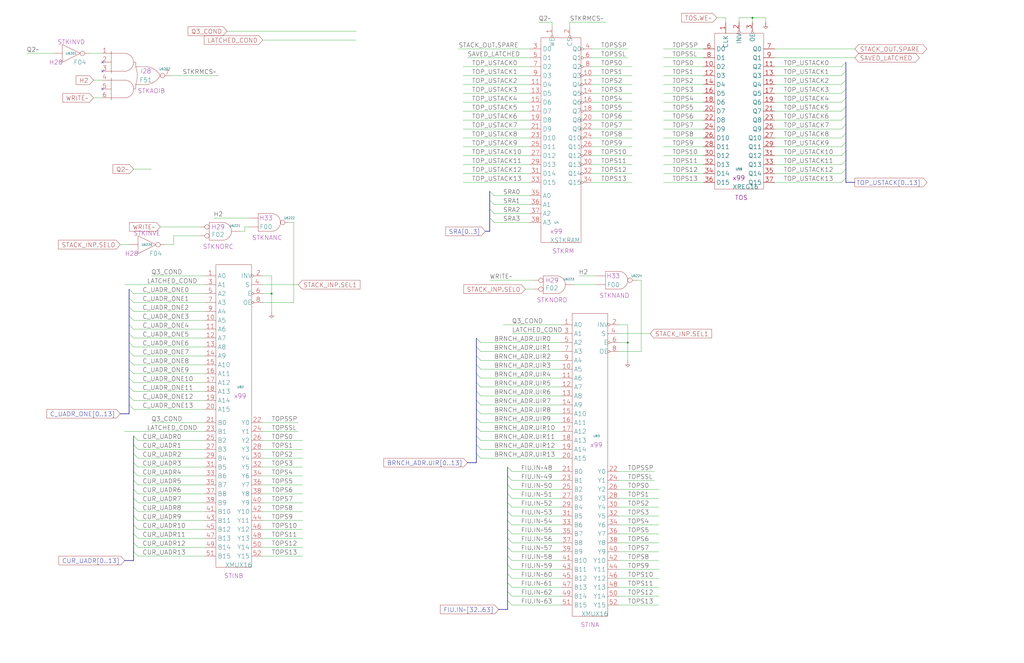
<source format=kicad_sch>
(kicad_sch (version 20221206) (generator eeschema)
  (paper "User" 584.2 378.46)
  (title_block (title "MICRO STACK INPUT MUX & RAMS") (date "22-MAY-90") (rev "1.0") (comment 1 "SEQUENCER") (comment 2 "232-003064") (comment 3 "S400") (comment 4 "RELEASED"))
  (lib_symbols
    (symbol "r1000:F00" (pin_numbers hide) (pin_names hide)
      (property "Reference" "U" (at 15.24 0 0))
      (property "Value" "F00" (at 1.905 -5.08 0))
      (property "Location" "___" (at 1.905 0 0))
      (property "Name" "______" (at 2.54 -12.7 0))
      (symbol "F00_1_1"
        (pin input line (at -7.62 0 0) (length 5.08) (name "D0") (number "1"))
        (pin input line (at -7.62 -5.08 0) (length 5.08) (name "D1") (number "2"))
        (pin output line (at 15.24 -2.54 180) (length 2.54) (name "Q") (number "3"))
      )
      (symbol "F00_1_2"
        (pin input line (at -7.62 0 0) (length 2.54) (name "D0") (number "1"))
        (pin input line (at -7.62 -5.08 0) (length 2.54) (name "D1") (number "2"))
        (pin output line (at 15.24 -2.54 180) (length 5.08) (name "Q") (number "3"))
      )
    )
    (symbol "r1000:F02" (pin_numbers hide) (pin_names hide)
      (property "Reference" "U" (at 12.16 0.635 0))
      (property "Value" "F02" (at -1.27 -4.445 0))
      (property "Location" "___" (at 2.54 0 0))
      (property "Name" "______" (at 2.54 -12.7 0))
      (symbol "F02_1_1"
        (pin input line (at -7.62 0 0) (length 2.54) (name "D0") (number "1"))
        (pin input line (at -7.62 -5.08 0) (length 2.54) (name "D1") (number "2"))
        (pin output line (at 15.24 -2.54 180) (length 1.27) (name "Q") (number "3"))
      )
      (symbol "F02_1_2"
        (pin input line (at -7.62 0 0) (length 2.54) (name "D0") (number "1"))
        (pin input line (at -7.62 -5.08 0) (length 2.54) (name "D1") (number "2"))
        (pin output line (at 15.24 -2.54 180) (length 2.54) (name "Q") (number "3"))
      )
    )
    (symbol "r1000:F04" (pin_numbers hide) (pin_names hide)
      (property "Reference" "U" (at 0 0 0))
      (property "Value" "F04" (at 1.27 -5.08 0))
      (property "Location" "___" (at -12.7 -5.08 0))
      (property "Name" "______" (at 0 5.08 0))
      (symbol "F04_1_1"
        (pin input line (at -10.16 0 0) (length 2.54) (name "D0") (number "1"))
        (pin output line (at 10.16 0 180) (length 2.54) (name "Q") (number "2"))
      )
    )
    (symbol "r1000:F51" (pin_names hide)
      (property "Reference" "U" (at 12.7 1.27 0))
      (property "Value" "F51" (at 1.905 -5.08 0))
      (property "Location" "___" (at 1.905 0 0))
      (property "Name" "______" (at 5.08 -12.7 0))
      (symbol "F51_1_1"
        (pin input line (at -22.86 10.16 0) (length 2.54) (name "A1") (number "1"))
        (pin input line (at -22.86 5.08 0) (length 2.54) (name "A2") (number "2"))
        (pin input line (at -22.86 0 0) (length 2.54) (name "A3") (number "3"))
        (pin input line (at -22.86 -5.08 0) (length 2.54) (name "B1") (number "4"))
        (pin input line (at -22.86 -10.16 0) (length 2.54) (name "B2") (number "5"))
        (pin input line (at -22.86 -15.24 0) (length 2.54) (name "B3") (number "6"))
        (pin output line (at 15.24 -2.54 180) (length 2.54) (name "Q") (number "7"))
      )
    )
    (symbol "r1000:PD" (power) (pin_numbers hide) (pin_names hide) (in_bom no)
      (symbol "PD_1_1"
        (pin power_in line (at 0 0 270) (length 2.54) (name "PD") (number "1"))
      )
    )
    (symbol "r1000:XMUX16" (pin_names (offset 1.016))
      (property "Reference" "U" (at 2.54 5.08 0))
      (property "Value" "XMUX16" (at -6.35 -96.52 0))
      (property "Location" "___" (at -1.27 0 0))
      (property "Name" "______" (at -1.27 -104.14 0))
      (symbol "XMUX16_1_1"
        (pin input line (at -17.78 68.58 0) (length 6.35) (name "A0") (number "1"))
        (pin input line (at -17.78 43.18 0) (length 6.35) (name "A5") (number "10"))
        (pin input line (at -17.78 38.1 0) (length 6.35) (name "A6") (number "11"))
        (pin input line (at -17.78 33.02 0) (length 6.35) (name "A7") (number "12"))
        (pin input line (at -17.78 27.94 0) (length 6.35) (name "A8") (number "13"))
        (pin input line (at -17.78 22.86 0) (length 6.35) (name "A9") (number "14"))
        (pin input line (at -17.78 17.78 0) (length 6.35) (name "A10") (number "15"))
        (pin input line (at -17.78 12.7 0) (length 6.35) (name "A11") (number "16"))
        (pin input line (at -17.78 7.62 0) (length 6.35) (name "A12") (number "17"))
        (pin input line (at -17.78 2.54 0) (length 6.35) (name "A13") (number "18"))
        (pin input line (at -17.78 -2.54 0) (length 6.35) (name "A14") (number "19"))
        (pin input line (at 15.24 68.58 180) (length 5.08) (name "INV") (number "2"))
        (pin input line (at -17.78 -7.62 0) (length 6.35) (name "A15") (number "20"))
        (pin input line (at -17.78 -15.24 0) (length 6.35) (name "B0") (number "21"))
        (pin tri_state line (at 15.24 -15.24 180) (length 6.35) (name "Y0") (number "22"))
        (pin input line (at -17.78 -20.32 0) (length 6.35) (name "B1") (number "23"))
        (pin tri_state line (at 15.24 -20.32 180) (length 6.35) (name "Y1") (number "24"))
        (pin input line (at -17.78 -25.4 0) (length 6.35) (name "B2") (number "25"))
        (pin tri_state line (at 15.24 -25.4 180) (length 6.35) (name "Y2") (number "26"))
        (pin input line (at -17.78 -30.48 0) (length 6.35) (name "B3") (number "27"))
        (pin tri_state line (at 15.24 -30.48 180) (length 6.35) (name "Y3") (number "28"))
        (pin input line (at -17.78 -35.56 0) (length 6.35) (name "B4") (number "29"))
        (pin input line (at -17.78 63.5 0) (length 6.35) (name "A1") (number "3"))
        (pin tri_state line (at 15.24 -35.56 180) (length 6.35) (name "Y4") (number "30"))
        (pin input line (at -17.78 -40.64 0) (length 6.35) (name "B5") (number "31"))
        (pin tri_state line (at 15.24 -40.64 180) (length 6.35) (name "Y5") (number "32"))
        (pin input line (at -17.78 -45.72 0) (length 6.35) (name "B6") (number "33"))
        (pin tri_state line (at 15.24 -45.72 180) (length 6.35) (name "Y6") (number "34"))
        (pin input line (at -17.78 -50.8 0) (length 6.35) (name "B7") (number "35"))
        (pin tri_state line (at 15.24 -50.8 180) (length 6.35) (name "Y7") (number "36"))
        (pin input line (at -17.78 -55.88 0) (length 6.35) (name "B8") (number "37"))
        (pin tri_state line (at 15.24 -55.88 180) (length 6.35) (name "Y8") (number "38"))
        (pin input line (at -17.78 -60.96 0) (length 6.35) (name "B9") (number "39"))
        (pin input line (at 15.24 63.5 180) (length 6.35) (name "S") (number "4"))
        (pin tri_state line (at 15.24 -60.96 180) (length 6.35) (name "Y9") (number "40"))
        (pin input line (at -17.78 -66.04 0) (length 6.35) (name "B10") (number "41"))
        (pin tri_state line (at 15.24 -66.04 180) (length 6.35) (name "Y10") (number "42"))
        (pin input line (at -17.78 -71.12 0) (length 6.35) (name "B11") (number "43"))
        (pin tri_state line (at 15.24 -71.12 180) (length 6.35) (name "Y11") (number "44"))
        (pin input line (at -17.78 -76.2 0) (length 6.35) (name "B12") (number "45"))
        (pin tri_state line (at 15.24 -76.2 180) (length 6.35) (name "Y12") (number "46"))
        (pin input line (at -17.78 -81.28 0) (length 6.35) (name "B13") (number "47"))
        (pin tri_state line (at 15.24 -81.28 180) (length 6.35) (name "Y13") (number "48"))
        (pin input line (at -17.78 -86.36 0) (length 6.35) (name "B14") (number "49"))
        (pin input line (at -17.78 58.42 0) (length 6.35) (name "A2") (number "5"))
        (pin tri_state line (at 15.24 -86.36 180) (length 6.35) (name "Y14") (number "50"))
        (pin input line (at -17.78 -91.44 0) (length 6.35) (name "B15") (number "51"))
        (pin tri_state line (at 15.24 -91.44 180) (length 6.35) (name "Y15") (number "52"))
        (pin input line (at 15.24 58.42 180) (length 5.08) (name "E") (number "6"))
        (pin input line (at -17.78 53.34 0) (length 6.35) (name "A3") (number "7"))
        (pin input line (at 15.24 53.34 180) (length 5.08) (name "OE") (number "8"))
        (pin input line (at -17.78 48.26 0) (length 6.35) (name "A4") (number "9"))
      )
    )
    (symbol "r1000:XREG16" (pin_names (offset 1.016))
      (property "Reference" "U" (at 2.54 5.08 0))
      (property "Value" "XREG16" (at -1.27 -5.08 0))
      (property "Location" "___" (at -1.27 0 0))
      (property "Name" "______" (at 3.81 -12.7 0))
      (symbol "XREG16_1_1"
        (pin input line (at -5.08 88.9 270) (length 6.35) (name "CLK") (number "1"))
        (pin input line (at -17.78 63.5 0) (length 6.35) (name "D2") (number "10"))
        (pin tri_state line (at 22.86 63.5 180) (length 6.35) (name "Q2") (number "11"))
        (pin input line (at -17.78 58.42 0) (length 6.35) (name "D3") (number "12"))
        (pin tri_state line (at 22.86 58.42 180) (length 6.35) (name "Q3") (number "13"))
        (pin input line (at -17.78 53.34 0) (length 6.35) (name "D4") (number "14"))
        (pin tri_state line (at 22.86 53.34 180) (length 6.35) (name "Q4") (number "15"))
        (pin input line (at -17.78 48.26 0) (length 6.35) (name "D5") (number "16"))
        (pin tri_state line (at 22.86 48.26 180) (length 6.35) (name "Q5") (number "17"))
        (pin input line (at -17.78 43.18 0) (length 6.35) (name "D6") (number "18"))
        (pin tri_state line (at 22.86 43.18 180) (length 6.35) (name "Q6") (number "19"))
        (pin input line (at 2.54 88.9 270) (length 5.08) (name "INV") (number "2"))
        (pin input line (at -17.78 38.1 0) (length 6.35) (name "D7") (number "20"))
        (pin tri_state line (at 22.86 38.1 180) (length 6.35) (name "Q7") (number "21"))
        (pin input line (at -17.78 33.02 0) (length 6.35) (name "D8") (number "22"))
        (pin tri_state line (at 22.86 33.02 180) (length 6.35) (name "Q8") (number "23"))
        (pin input line (at -17.78 27.94 0) (length 6.35) (name "D9") (number "24"))
        (pin tri_state line (at 22.86 27.94 180) (length 6.35) (name "Q9") (number "25"))
        (pin input line (at -17.78 22.86 0) (length 6.35) (name "D10") (number "26"))
        (pin tri_state line (at 22.86 22.86 180) (length 6.35) (name "Q10") (number "27"))
        (pin input line (at -17.78 17.78 0) (length 6.35) (name "D11") (number "28"))
        (pin tri_state line (at 22.86 17.78 180) (length 6.35) (name "Q11") (number "29"))
        (pin input line (at 10.16 88.9 270) (length 5.08) (name "OE") (number "3"))
        (pin input line (at -17.78 12.7 0) (length 6.35) (name "D12") (number "30"))
        (pin tri_state line (at 22.86 12.7 180) (length 6.35) (name "Q12") (number "31"))
        (pin input line (at -17.78 7.62 0) (length 6.35) (name "D13") (number "32"))
        (pin tri_state line (at 22.86 7.62 180) (length 6.35) (name "Q13") (number "33"))
        (pin input line (at -17.78 2.54 0) (length 6.35) (name "D14") (number "34"))
        (pin tri_state line (at 22.86 2.54 180) (length 6.35) (name "Q14") (number "35"))
        (pin input line (at -17.78 -2.54 0) (length 6.35) (name "D15") (number "36"))
        (pin tri_state line (at 22.86 -2.54 180) (length 6.35) (name "Q15") (number "37"))
        (pin input line (at -17.78 73.66 0) (length 6.35) (name "D0") (number "6"))
        (pin tri_state line (at 22.86 73.66 180) (length 6.35) (name "Q0") (number "7"))
        (pin input line (at -17.78 68.58 0) (length 6.35) (name "D1") (number "8"))
        (pin tri_state line (at 22.86 68.58 180) (length 6.35) (name "Q1") (number "9"))
      )
    )
    (symbol "r1000:XSTKRAM" (pin_names (offset 1.016))
      (property "Reference" "U" (at 2.54 5.08 0))
      (property "Value" "XSTKRAM" (at -1.27 -5.08 0))
      (property "Location" "___" (at -1.27 0 0))
      (property "Name" "______" (at 6.35 -12.7 0))
      (symbol "XSTKRAM_1_1"
        (pin input line (at 0 116.84 270) (length 5.08) (name "WE") (number "1"))
        (pin tri_state line (at 22.86 88.9 180) (length 5.08) (name "Q3") (number "10"))
        (pin input line (at -12.7 83.82 0) (length 6.35) (name "D4") (number "11"))
        (pin tri_state line (at 22.86 83.82 180) (length 5.08) (name "Q4") (number "12"))
        (pin input line (at -12.7 78.74 0) (length 6.35) (name "D5") (number "13"))
        (pin tri_state line (at 22.86 78.74 180) (length 5.08) (name "Q5") (number "14"))
        (pin input line (at -12.7 73.66 0) (length 6.35) (name "D6") (number "15"))
        (pin tri_state line (at 22.86 73.66 180) (length 5.08) (name "Q6") (number "16"))
        (pin input line (at -12.7 68.58 0) (length 6.35) (name "D7") (number "17"))
        (pin tri_state line (at 22.86 68.58 180) (length 5.08) (name "Q7") (number "18"))
        (pin input line (at -12.7 63.5 0) (length 6.35) (name "D8") (number "19"))
        (pin input line (at 10.16 116.84 270) (length 5.08) (name "CS") (number "2"))
        (pin tri_state line (at 22.86 63.5 180) (length 5.08) (name "Q8") (number "20"))
        (pin input line (at -12.7 58.42 0) (length 6.35) (name "D9") (number "21"))
        (pin tri_state line (at 22.86 58.42 180) (length 5.08) (name "Q9") (number "22"))
        (pin input line (at -12.7 53.34 0) (length 6.35) (name "D10") (number "23"))
        (pin tri_state line (at 22.86 53.34 180) (length 5.08) (name "Q10") (number "24"))
        (pin input line (at -12.7 48.26 0) (length 6.35) (name "D11") (number "25"))
        (pin tri_state line (at 22.86 48.26 180) (length 5.08) (name "Q11") (number "26"))
        (pin input line (at -12.7 43.18 0) (length 6.35) (name "D12") (number "27"))
        (pin tri_state line (at 22.86 43.18 180) (length 5.08) (name "Q12") (number "28"))
        (pin input line (at -12.7 38.1 0) (length 6.35) (name "D13") (number "29"))
        (pin input line (at -12.7 104.14 0) (length 6.35) (name "D0") (number "3"))
        (pin tri_state line (at 22.86 38.1 180) (length 5.08) (name "Q13") (number "30"))
        (pin input line (at -12.7 33.02 0) (length 6.35) (name "D14") (number "31"))
        (pin tri_state line (at 22.86 33.02 180) (length 5.08) (name "Q14") (number "32"))
        (pin input line (at -12.7 27.94 0) (length 6.35) (name "D15") (number "33"))
        (pin tri_state line (at 22.86 27.94 180) (length 5.08) (name "Q15") (number "34"))
        (pin input line (at -12.7 20.32 0) (length 6.35) (name "A0") (number "35"))
        (pin input line (at -12.7 15.24 0) (length 6.35) (name "A1") (number "36"))
        (pin input line (at -12.7 10.16 0) (length 6.35) (name "A2") (number "37"))
        (pin input line (at -12.7 5.08 0) (length 6.35) (name "A3") (number "38"))
        (pin tri_state line (at 22.86 104.14 180) (length 5.08) (name "Q0") (number "4"))
        (pin input line (at -12.7 99.06 0) (length 6.35) (name "D1") (number "5"))
        (pin tri_state line (at 22.86 99.06 180) (length 5.08) (name "Q1") (number "6"))
        (pin input line (at -12.7 93.98 0) (length 6.35) (name "D2") (number "7"))
        (pin tri_state line (at 22.86 93.98 180) (length 5.08) (name "Q2") (number "8"))
        (pin input line (at -12.7 88.9 0) (length 6.35) (name "D3") (number "9"))
      )
    )
  )
  (junction (at 429.26 10.16))
  (junction (at 358.14 195.58))
  (junction (at 154.94 167.64))
  (no_connect (at 58.42 40.64))
  (no_connect (at 58.42 35.56))
  (no_connect (at 58.42 50.8))
  (bus_entry (at 289.56 312.42) (size 2.54 2.54))
  (bus_entry (at 289.56 287.02) (size 2.54 2.54))
  (bus_entry (at 271.78 208.28) (size 2.54 2.54))
  (bus_entry (at 271.78 203.2) (size 2.54 2.54))
  (bus_entry (at 76.2 269.24) (size 2.54 2.54))
  (bus_entry (at 73.66 205.74) (size 2.54 2.54))
  (bus_entry (at 271.78 248.92) (size 2.54 2.54))
  (bus_entry (at 279.4 109.22) (size 2.54 2.54))
  (bus_entry (at 482.6 40.64) (size -2.54 2.54))
  (bus_entry (at 76.2 259.08) (size 2.54 2.54))
  (bus_entry (at 289.56 266.7) (size 2.54 2.54))
  (bus_entry (at 289.56 327.66) (size 2.54 2.54))
  (bus_entry (at 482.6 86.36) (size -2.54 2.54))
  (bus_entry (at 76.2 279.4) (size 2.54 2.54))
  (bus_entry (at 482.6 60.96) (size -2.54 2.54))
  (bus_entry (at 289.56 271.78) (size 2.54 2.54))
  (bus_entry (at 482.6 66.04) (size -2.54 2.54))
  (bus_entry (at 73.66 175.26) (size 2.54 2.54))
  (bus_entry (at 271.78 218.44) (size 2.54 2.54))
  (bus_entry (at 289.56 302.26) (size 2.54 2.54))
  (bus_entry (at 271.78 223.52) (size 2.54 2.54))
  (bus_entry (at 73.66 210.82) (size 2.54 2.54))
  (bus_entry (at 76.2 309.88) (size 2.54 2.54))
  (bus_entry (at 76.2 284.48) (size 2.54 2.54))
  (bus_entry (at 289.56 307.34) (size 2.54 2.54))
  (bus_entry (at 289.56 292.1) (size 2.54 2.54))
  (bus_entry (at 279.4 124.46) (size 2.54 2.54))
  (bus_entry (at 73.66 190.5) (size 2.54 2.54))
  (bus_entry (at 73.66 215.9) (size 2.54 2.54))
  (bus_entry (at 76.2 254) (size 2.54 2.54))
  (bus_entry (at 289.56 276.86) (size 2.54 2.54))
  (bus_entry (at 271.78 193.04) (size 2.54 2.54))
  (bus_entry (at 76.2 294.64) (size 2.54 2.54))
  (bus_entry (at 482.6 101.6) (size -2.54 2.54))
  (bus_entry (at 73.66 231.14) (size 2.54 2.54))
  (bus_entry (at 76.2 289.56) (size 2.54 2.54))
  (bus_entry (at 482.6 96.52) (size -2.54 2.54))
  (bus_entry (at 73.66 180.34) (size 2.54 2.54))
  (bus_entry (at 482.6 76.2) (size -2.54 2.54))
  (bus_entry (at 482.6 55.88) (size -2.54 2.54))
  (bus_entry (at 482.6 35.56) (size -2.54 2.54))
  (bus_entry (at 76.2 304.8) (size 2.54 2.54))
  (bus_entry (at 271.78 213.36) (size 2.54 2.54))
  (bus_entry (at 271.78 233.68) (size 2.54 2.54))
  (bus_entry (at 279.4 114.3) (size 2.54 2.54))
  (bus_entry (at 271.78 238.76) (size 2.54 2.54))
  (bus_entry (at 73.66 200.66) (size 2.54 2.54))
  (bus_entry (at 482.6 71.12) (size -2.54 2.54))
  (bus_entry (at 289.56 337.82) (size 2.54 2.54))
  (bus_entry (at 482.6 50.8) (size -2.54 2.54))
  (bus_entry (at 271.78 254) (size 2.54 2.54))
  (bus_entry (at 76.2 274.32) (size 2.54 2.54))
  (bus_entry (at 76.2 299.72) (size 2.54 2.54))
  (bus_entry (at 482.6 81.28) (size -2.54 2.54))
  (bus_entry (at 279.4 119.38) (size 2.54 2.54))
  (bus_entry (at 73.66 195.58) (size 2.54 2.54))
  (bus_entry (at 289.56 322.58) (size 2.54 2.54))
  (bus_entry (at 73.66 220.98) (size 2.54 2.54))
  (bus_entry (at 73.66 226.06) (size 2.54 2.54))
  (bus_entry (at 271.78 198.12) (size 2.54 2.54))
  (bus_entry (at 76.2 248.92) (size 2.54 2.54))
  (bus_entry (at 289.56 297.18) (size 2.54 2.54))
  (bus_entry (at 289.56 281.94) (size 2.54 2.54))
  (bus_entry (at 73.66 165.1) (size 2.54 2.54))
  (bus_entry (at 289.56 342.9) (size 2.54 2.54))
  (bus_entry (at 76.2 264.16) (size 2.54 2.54))
  (bus_entry (at 271.78 228.6) (size 2.54 2.54))
  (bus_entry (at 73.66 185.42) (size 2.54 2.54))
  (bus_entry (at 73.66 170.18) (size 2.54 2.54))
  (bus_entry (at 271.78 243.84) (size 2.54 2.54))
  (bus_entry (at 289.56 317.5) (size 2.54 2.54))
  (bus_entry (at 271.78 259.08) (size 2.54 2.54))
  (bus_entry (at 482.6 45.72) (size -2.54 2.54))
  (bus_entry (at 482.6 91.44) (size -2.54 2.54))
  (bus_entry (at 76.2 314.96) (size 2.54 2.54))
  (bus_entry (at 289.56 332.74) (size 2.54 2.54))
  (bus (pts (xy 482.6 104.14) (xy 487.68 104.14)))
  (wire (pts (xy 78.74 297.18) (xy 116.84 297.18)))
  (wire (pts (xy 264.16 99.06) (xy 302.26 99.06)))
  (wire (pts (xy 76.2 208.28) (xy 116.84 208.28)))
  (wire (pts (xy 421.64 10.16) (xy 421.64 12.7)))
  (wire (pts (xy 292.1 284.48) (xy 320.04 284.48)))
  (wire (pts (xy 299.72 165.1) (xy 304.8 165.1)))
  (wire (pts (xy 292.1 304.8) (xy 320.04 304.8)))
  (wire (pts (xy 353.06 294.64) (xy 375.92 294.64)))
  (wire (pts (xy 441.96 33.02) (xy 487.68 33.02)))
  (wire (pts (xy 292.1 340.36) (xy 320.04 340.36)))
  (wire (pts (xy 292.1 309.88) (xy 320.04 309.88)))
  (wire (pts (xy 266.7 33.02) (xy 302.26 33.02)))
  (bus (pts (xy 289.56 281.94) (xy 289.56 287.02)))
  (wire (pts (xy 86.36 157.48) (xy 116.84 157.48)))
  (wire (pts (xy 353.06 289.56) (xy 375.92 289.56)))
  (bus (pts (xy 482.6 66.04) (xy 482.6 71.12)))
  (bus (pts (xy 289.56 271.78) (xy 289.56 276.86)))
  (wire (pts (xy 325.12 12.7) (xy 325.12 15.24)))
  (wire (pts (xy 337.82 78.74) (xy 360.68 78.74)))
  (wire (pts (xy 337.82 33.02) (xy 358.14 33.02)))
  (wire (pts (xy 337.82 38.1) (xy 360.68 38.1)))
  (wire (pts (xy 378.46 73.66) (xy 401.32 73.66)))
  (wire (pts (xy 281.94 111.76) (xy 302.26 111.76)))
  (bus (pts (xy 73.66 226.06) (xy 73.66 220.98)))
  (bus (pts (xy 289.56 337.82) (xy 289.56 342.9)))
  (wire (pts (xy 337.82 83.82) (xy 360.68 83.82)))
  (wire (pts (xy 307.34 12.7) (xy 314.96 12.7)))
  (wire (pts (xy 96.52 43.18) (xy 124.46 43.18)))
  (wire (pts (xy 441.96 73.66) (xy 480.06 73.66)))
  (wire (pts (xy 53.34 45.72) (xy 58.42 45.72)))
  (bus (pts (xy 271.78 259.08) (xy 271.78 264.16)))
  (wire (pts (xy 274.32 236.22) (xy 320.04 236.22)))
  (wire (pts (xy 149.86 297.18) (xy 172.72 297.18)))
  (wire (pts (xy 441.96 38.1) (xy 480.06 38.1)))
  (wire (pts (xy 76.2 203.2) (xy 116.84 203.2)))
  (wire (pts (xy 281.94 116.84) (xy 302.26 116.84)))
  (wire (pts (xy 154.94 177.8) (xy 154.94 167.64)))
  (bus (pts (xy 482.6 71.12) (xy 482.6 76.2)))
  (wire (pts (xy 149.86 162.56) (xy 170.18 162.56)))
  (wire (pts (xy 274.32 246.38) (xy 320.04 246.38)))
  (wire (pts (xy 264.16 83.82) (xy 302.26 83.82)))
  (wire (pts (xy 50.8 30.48) (xy 58.42 30.48)))
  (bus (pts (xy 76.2 279.4) (xy 76.2 284.48)))
  (wire (pts (xy 441.96 99.06) (xy 480.06 99.06)))
  (wire (pts (xy 76.2 218.44) (xy 116.84 218.44)))
  (bus (pts (xy 482.6 81.28) (xy 482.6 86.36)))
  (wire (pts (xy 149.86 266.7) (xy 172.72 266.7)))
  (wire (pts (xy 281.94 121.92) (xy 302.26 121.92)))
  (wire (pts (xy 327.66 162.56) (xy 340.36 162.56)))
  (wire (pts (xy 287.02 185.42) (xy 320.04 185.42)))
  (bus (pts (xy 482.6 91.44) (xy 482.6 96.52)))
  (wire (pts (xy 292.1 289.56) (xy 320.04 289.56)))
  (wire (pts (xy 353.06 284.48) (xy 375.92 284.48)))
  (wire (pts (xy 264.16 93.98) (xy 302.26 93.98)))
  (wire (pts (xy 436.88 12.7) (xy 436.88 10.16)))
  (wire (pts (xy 149.86 317.5) (xy 172.72 317.5)))
  (bus (pts (xy 271.78 213.36) (xy 271.78 208.28)))
  (wire (pts (xy 353.06 345.44) (xy 375.92 345.44)))
  (bus (pts (xy 289.56 292.1) (xy 289.56 297.18)))
  (wire (pts (xy 279.4 160.02) (xy 304.8 160.02)))
  (wire (pts (xy 264.16 48.26) (xy 302.26 48.26)))
  (wire (pts (xy 441.96 68.58) (xy 480.06 68.58)))
  (wire (pts (xy 264.16 104.14) (xy 302.26 104.14)))
  (wire (pts (xy 76.2 167.64) (xy 116.84 167.64)))
  (wire (pts (xy 337.82 58.42) (xy 360.68 58.42)))
  (bus (pts (xy 76.2 314.96) (xy 76.2 309.88)))
  (wire (pts (xy 337.82 27.94) (xy 358.14 27.94)))
  (bus (pts (xy 289.56 327.66) (xy 289.56 332.74)))
  (wire (pts (xy 353.06 330.2) (xy 375.92 330.2)))
  (wire (pts (xy 429.26 10.16) (xy 421.64 10.16)))
  (wire (pts (xy 93.98 139.7) (xy 99.06 139.7)))
  (wire (pts (xy 353.06 304.8) (xy 375.92 304.8)))
  (wire (pts (xy 353.06 335.28) (xy 375.92 335.28)))
  (wire (pts (xy 274.32 195.58) (xy 320.04 195.58)))
  (wire (pts (xy 149.86 167.64) (xy 154.94 167.64)))
  (bus (pts (xy 271.78 203.2) (xy 271.78 208.28)))
  (wire (pts (xy 292.1 279.4) (xy 320.04 279.4)))
  (bus (pts (xy 76.2 254) (xy 76.2 259.08)))
  (wire (pts (xy 441.96 43.18) (xy 480.06 43.18)))
  (wire (pts (xy 149.86 241.3) (xy 170.18 241.3)))
  (bus (pts (xy 73.66 200.66) (xy 73.66 205.74)))
  (wire (pts (xy 264.16 78.74) (xy 302.26 78.74)))
  (wire (pts (xy 378.46 88.9) (xy 401.32 88.9)))
  (wire (pts (xy 378.46 58.42) (xy 401.32 58.42)))
  (bus (pts (xy 271.78 198.12) (xy 271.78 203.2)))
  (wire (pts (xy 129.54 17.78) (xy 203.2 17.78)))
  (wire (pts (xy 353.06 309.88) (xy 375.92 309.88)))
  (bus (pts (xy 279.4 114.3) (xy 279.4 119.38)))
  (wire (pts (xy 116.84 162.56) (xy 71.12 162.56)))
  (bus (pts (xy 76.2 299.72) (xy 76.2 304.8)))
  (wire (pts (xy 76.2 177.8) (xy 116.84 177.8)))
  (bus (pts (xy 76.2 294.64) (xy 76.2 299.72)))
  (wire (pts (xy 76.2 182.88) (xy 116.84 182.88)))
  (wire (pts (xy 337.82 48.26) (xy 360.68 48.26)))
  (wire (pts (xy 78.74 307.34) (xy 116.84 307.34)))
  (wire (pts (xy 78.74 271.78) (xy 116.84 271.78)))
  (wire (pts (xy 53.34 55.88) (xy 58.42 55.88)))
  (wire (pts (xy 137.16 132.08) (xy 139.7 132.08)))
  (wire (pts (xy 264.16 43.18) (xy 302.26 43.18)))
  (wire (pts (xy 121.92 124.46) (xy 142.24 124.46)))
  (wire (pts (xy 337.82 99.06) (xy 360.68 99.06)))
  (wire (pts (xy 441.96 78.74) (xy 480.06 78.74)))
  (wire (pts (xy 337.82 43.18) (xy 360.68 43.18)))
  (wire (pts (xy 154.94 157.48) (xy 149.86 157.48)))
  (wire (pts (xy 149.86 251.46) (xy 172.72 251.46)))
  (wire (pts (xy 78.74 256.54) (xy 116.84 256.54)))
  (wire (pts (xy 165.1 127) (xy 167.64 127)))
  (bus (pts (xy 289.56 287.02) (xy 289.56 292.1)))
  (wire (pts (xy 274.32 220.98) (xy 320.04 220.98)))
  (wire (pts (xy 149.86 256.54) (xy 172.72 256.54)))
  (bus (pts (xy 73.66 170.18) (xy 73.66 175.26)))
  (wire (pts (xy 274.32 205.74) (xy 320.04 205.74)))
  (wire (pts (xy 353.06 274.32) (xy 373.38 274.32)))
  (wire (pts (xy 441.96 27.94) (xy 487.68 27.94)))
  (wire (pts (xy 441.96 63.5) (xy 480.06 63.5)))
  (bus (pts (xy 279.4 119.38) (xy 279.4 124.46)))
  (wire (pts (xy 167.64 172.72) (xy 149.86 172.72)))
  (wire (pts (xy 264.16 88.9) (xy 302.26 88.9)))
  (bus (pts (xy 73.66 210.82) (xy 73.66 215.9)))
  (wire (pts (xy 274.32 210.82) (xy 320.04 210.82)))
  (wire (pts (xy 149.86 281.94) (xy 172.72 281.94)))
  (wire (pts (xy 292.1 190.5) (xy 320.04 190.5)))
  (bus (pts (xy 76.2 269.24) (xy 76.2 274.32)))
  (wire (pts (xy 264.16 73.66) (xy 302.26 73.66)))
  (wire (pts (xy 414.02 10.16) (xy 414.02 12.7)))
  (bus (pts (xy 266.7 264.16) (xy 271.78 264.16)))
  (wire (pts (xy 68.58 139.7) (xy 73.66 139.7)))
  (wire (pts (xy 378.46 53.34) (xy 401.32 53.34)))
  (wire (pts (xy 441.96 53.34) (xy 480.06 53.34)))
  (wire (pts (xy 274.32 256.54) (xy 320.04 256.54)))
  (wire (pts (xy 378.46 48.26) (xy 401.32 48.26)))
  (wire (pts (xy 408.94 10.16) (xy 414.02 10.16)))
  (bus (pts (xy 271.78 213.36) (xy 271.78 218.44)))
  (wire (pts (xy 292.1 320.04) (xy 320.04 320.04)))
  (wire (pts (xy 292.1 330.2) (xy 320.04 330.2)))
  (wire (pts (xy 264.16 68.58) (xy 302.26 68.58)))
  (wire (pts (xy 330.2 157.48) (xy 340.36 157.48)))
  (wire (pts (xy 149.86 261.62) (xy 172.72 261.62)))
  (wire (pts (xy 78.74 292.1) (xy 116.84 292.1)))
  (wire (pts (xy 264.16 63.5) (xy 302.26 63.5)))
  (wire (pts (xy 149.86 22.86) (xy 203.2 22.86)))
  (bus (pts (xy 68.58 236.22) (xy 73.66 236.22)))
  (bus (pts (xy 271.78 233.68) (xy 271.78 238.76)))
  (bus (pts (xy 289.56 297.18) (xy 289.56 302.26)))
  (bus (pts (xy 73.66 180.34) (xy 73.66 185.42)))
  (wire (pts (xy 149.86 271.78) (xy 172.72 271.78)))
  (bus (pts (xy 289.56 322.58) (xy 289.56 327.66)))
  (wire (pts (xy 274.32 215.9) (xy 320.04 215.9)))
  (wire (pts (xy 281.94 127) (xy 302.26 127)))
  (bus (pts (xy 289.56 276.86) (xy 289.56 281.94)))
  (wire (pts (xy 78.74 287.02) (xy 116.84 287.02)))
  (wire (pts (xy 378.46 27.94) (xy 401.32 27.94)))
  (bus (pts (xy 482.6 96.52) (xy 482.6 101.6)))
  (wire (pts (xy 337.82 63.5) (xy 360.68 63.5)))
  (wire (pts (xy 353.06 190.5) (xy 370.84 190.5)))
  (wire (pts (xy 78.74 312.42) (xy 116.84 312.42)))
  (wire (pts (xy 441.96 88.9) (xy 480.06 88.9)))
  (bus (pts (xy 482.6 76.2) (xy 482.6 81.28)))
  (bus (pts (xy 482.6 45.72) (xy 482.6 50.8)))
  (wire (pts (xy 264.16 38.1) (xy 302.26 38.1)))
  (bus (pts (xy 482.6 35.56) (xy 482.6 40.64)))
  (bus (pts (xy 76.2 259.08) (xy 76.2 264.16)))
  (wire (pts (xy 76.2 228.6) (xy 116.84 228.6)))
  (wire (pts (xy 292.1 345.44) (xy 320.04 345.44)))
  (wire (pts (xy 149.86 276.86) (xy 172.72 276.86)))
  (bus (pts (xy 289.56 342.9) (xy 289.56 347.98)))
  (wire (pts (xy 274.32 200.66) (xy 320.04 200.66)))
  (wire (pts (xy 99.06 139.7) (xy 99.06 134.62)))
  (bus (pts (xy 73.66 175.26) (xy 73.66 180.34)))
  (wire (pts (xy 292.1 269.24) (xy 320.04 269.24)))
  (wire (pts (xy 378.46 38.1) (xy 401.32 38.1)))
  (wire (pts (xy 363.22 160.02) (xy 365.76 160.02)))
  (wire (pts (xy 441.96 83.82) (xy 480.06 83.82)))
  (wire (pts (xy 154.94 167.64) (xy 154.94 157.48)))
  (wire (pts (xy 78.74 302.26) (xy 116.84 302.26)))
  (wire (pts (xy 353.06 340.36) (xy 375.92 340.36)))
  (wire (pts (xy 167.64 127) (xy 167.64 172.72)))
  (wire (pts (xy 436.88 10.16) (xy 429.26 10.16)))
  (bus (pts (xy 284.48 347.98) (xy 289.56 347.98)))
  (bus (pts (xy 289.56 332.74) (xy 289.56 337.82)))
  (bus (pts (xy 482.6 60.96) (xy 482.6 66.04)))
  (wire (pts (xy 91.44 129.54) (xy 114.3 129.54)))
  (wire (pts (xy 353.06 320.04) (xy 375.92 320.04)))
  (bus (pts (xy 73.66 190.5) (xy 73.66 195.58)))
  (bus (pts (xy 271.78 248.92) (xy 271.78 254)))
  (bus (pts (xy 76.2 264.16) (xy 76.2 269.24)))
  (bus (pts (xy 271.78 243.84) (xy 271.78 248.92)))
  (wire (pts (xy 78.74 317.5) (xy 116.84 317.5)))
  (wire (pts (xy 292.1 274.32) (xy 320.04 274.32)))
  (wire (pts (xy 378.46 99.06) (xy 401.32 99.06)))
  (wire (pts (xy 78.74 266.7) (xy 116.84 266.7)))
  (wire (pts (xy 337.82 93.98) (xy 360.68 93.98)))
  (bus (pts (xy 271.78 223.52) (xy 271.78 228.6)))
  (wire (pts (xy 337.82 88.9) (xy 360.68 88.9)))
  (wire (pts (xy 441.96 93.98) (xy 480.06 93.98)))
  (wire (pts (xy 78.74 276.86) (xy 116.84 276.86)))
  (wire (pts (xy 378.46 33.02) (xy 401.32 33.02)))
  (bus (pts (xy 289.56 312.42) (xy 289.56 307.34)))
  (bus (pts (xy 289.56 266.7) (xy 289.56 271.78)))
  (wire (pts (xy 292.1 299.72) (xy 320.04 299.72)))
  (wire (pts (xy 314.96 12.7) (xy 314.96 15.24)))
  (wire (pts (xy 358.14 205.74) (xy 358.14 195.58)))
  (wire (pts (xy 358.14 185.42) (xy 353.06 185.42)))
  (bus (pts (xy 482.6 50.8) (xy 482.6 55.88)))
  (wire (pts (xy 353.06 279.4) (xy 375.92 279.4)))
  (bus (pts (xy 73.66 231.14) (xy 73.66 226.06)))
  (wire (pts (xy 429.26 10.16) (xy 429.26 12.7)))
  (wire (pts (xy 76.2 213.36) (xy 116.84 213.36)))
  (bus (pts (xy 289.56 302.26) (xy 289.56 307.34)))
  (wire (pts (xy 292.1 294.64) (xy 320.04 294.64)))
  (wire (pts (xy 71.12 246.38) (xy 116.84 246.38)))
  (wire (pts (xy 292.1 314.96) (xy 320.04 314.96)))
  (wire (pts (xy 149.86 287.02) (xy 172.72 287.02)))
  (wire (pts (xy 76.2 193.04) (xy 116.84 193.04)))
  (wire (pts (xy 76.2 233.68) (xy 116.84 233.68)))
  (wire (pts (xy 378.46 63.5) (xy 401.32 63.5)))
  (wire (pts (xy 139.7 132.08) (xy 139.7 129.54)))
  (wire (pts (xy 353.06 299.72) (xy 375.92 299.72)))
  (wire (pts (xy 264.16 53.34) (xy 302.26 53.34)))
  (bus (pts (xy 76.2 274.32) (xy 76.2 279.4)))
  (bus (pts (xy 271.78 238.76) (xy 271.78 243.84)))
  (wire (pts (xy 358.14 195.58) (xy 358.14 185.42)))
  (wire (pts (xy 378.46 104.14) (xy 401.32 104.14)))
  (bus (pts (xy 73.66 231.14) (xy 73.66 236.22)))
  (bus (pts (xy 76.2 289.56) (xy 76.2 294.64)))
  (wire (pts (xy 441.96 58.42) (xy 480.06 58.42)))
  (wire (pts (xy 378.46 83.82) (xy 401.32 83.82)))
  (wire (pts (xy 76.2 172.72) (xy 116.84 172.72)))
  (wire (pts (xy 78.74 281.94) (xy 116.84 281.94)))
  (wire (pts (xy 149.86 312.42) (xy 172.72 312.42)))
  (bus (pts (xy 76.2 304.8) (xy 76.2 309.88)))
  (wire (pts (xy 99.06 134.62) (xy 114.3 134.62)))
  (wire (pts (xy 292.1 335.28) (xy 320.04 335.28)))
  (wire (pts (xy 149.86 292.1) (xy 172.72 292.1)))
  (wire (pts (xy 365.76 200.66) (xy 353.06 200.66)))
  (wire (pts (xy 86.36 241.3) (xy 116.84 241.3)))
  (bus (pts (xy 71.12 320.04) (xy 76.2 320.04)))
  (bus (pts (xy 289.56 317.5) (xy 289.56 312.42)))
  (bus (pts (xy 76.2 284.48) (xy 76.2 289.56)))
  (wire (pts (xy 337.82 53.34) (xy 360.68 53.34)))
  (bus (pts (xy 279.4 124.46) (xy 279.4 132.08)))
  (bus (pts (xy 73.66 195.58) (xy 73.66 200.66)))
  (bus (pts (xy 289.56 322.58) (xy 289.56 317.5)))
  (bus (pts (xy 73.66 165.1) (xy 73.66 170.18)))
  (bus (pts (xy 271.78 193.04) (xy 271.78 198.12)))
  (bus (pts (xy 73.66 220.98) (xy 73.66 215.9)))
  (wire (pts (xy 274.32 251.46) (xy 320.04 251.46)))
  (wire (pts (xy 78.74 261.62) (xy 116.84 261.62)))
  (wire (pts (xy 353.06 195.58) (xy 358.14 195.58)))
  (wire (pts (xy 365.76 160.02) (xy 365.76 200.66)))
  (wire (pts (xy 274.32 261.62) (xy 320.04 261.62)))
  (wire (pts (xy 353.06 325.12) (xy 375.92 325.12)))
  (wire (pts (xy 139.7 129.54) (xy 142.24 129.54)))
  (wire (pts (xy 274.32 231.14) (xy 320.04 231.14)))
  (wire (pts (xy 15.24 30.48) (xy 30.48 30.48)))
  (bus (pts (xy 73.66 185.42) (xy 73.66 190.5)))
  (bus (pts (xy 271.78 218.44) (xy 271.78 223.52)))
  (bus (pts (xy 271.78 228.6) (xy 271.78 233.68)))
  (wire (pts (xy 345.44 12.7) (xy 325.12 12.7)))
  (wire (pts (xy 441.96 104.14) (xy 480.06 104.14)))
  (wire (pts (xy 274.32 226.06) (xy 320.04 226.06)))
  (bus (pts (xy 76.2 248.92) (xy 76.2 254)))
  (wire (pts (xy 378.46 78.74) (xy 401.32 78.74)))
  (wire (pts (xy 76.2 96.52) (xy 86.36 96.52)))
  (wire (pts (xy 76.2 223.52) (xy 116.84 223.52)))
  (bus (pts (xy 73.66 205.74) (xy 73.66 210.82)))
  (wire (pts (xy 149.86 307.34) (xy 172.72 307.34)))
  (wire (pts (xy 353.06 269.24) (xy 373.38 269.24)))
  (wire (pts (xy 76.2 198.12) (xy 116.84 198.12)))
  (bus (pts (xy 271.78 254) (xy 271.78 259.08)))
  (wire (pts (xy 292.1 325.12) (xy 320.04 325.12)))
  (bus (pts (xy 482.6 86.36) (xy 482.6 91.44)))
  (wire (pts (xy 78.74 251.46) (xy 116.84 251.46)))
  (wire (pts (xy 149.86 246.38) (xy 170.18 246.38)))
  (wire (pts (xy 441.96 48.26) (xy 480.06 48.26)))
  (wire (pts (xy 264.16 58.42) (xy 302.26 58.42)))
  (bus (pts (xy 482.6 101.6) (xy 482.6 104.14)))
  (wire (pts (xy 76.2 187.96) (xy 116.84 187.96)))
  (bus (pts (xy 482.6 55.88) (xy 482.6 60.96)))
  (wire (pts (xy 337.82 68.58) (xy 360.68 68.58)))
  (wire (pts (xy 274.32 241.3) (xy 320.04 241.3)))
  (wire (pts (xy 353.06 314.96) (xy 375.92 314.96)))
  (bus (pts (xy 76.2 314.96) (xy 76.2 320.04)))
  (bus (pts (xy 279.4 109.22) (xy 279.4 114.3)))
  (wire (pts (xy 149.86 302.26) (xy 172.72 302.26)))
  (wire (pts (xy 378.46 43.18) (xy 401.32 43.18)))
  (wire (pts (xy 378.46 93.98) (xy 401.32 93.98)))
  (bus (pts (xy 482.6 40.64) (xy 482.6 45.72)))
  (wire (pts (xy 378.46 68.58) (xy 401.32 68.58)))
  (bus (pts (xy 279.4 132.08) (xy 276.86 132.08)))
  (wire (pts (xy 337.82 104.14) (xy 360.68 104.14)))
  (wire (pts (xy 337.82 73.66) (xy 360.68 73.66)))
  (wire (pts (xy 261.62 27.94) (xy 302.26 27.94)))
  (label "FIU.IN~55" (at 297.18 304.8 0) (effects (font (size 2.54 2.54))))
  (label "TOPSSP" (at 154.94 241.3 0) (effects (font (size 2.54 2.54))))
  (label "BRNCH_ADR.UIR4" (at 281.94 215.9 0) (effects (font (size 2.54 2.54))))
  (label "TOPS11" (at 383.54 93.98 0) (effects (font (size 2.54 2.54))))
  (label "TOP_USTACK6" (at 447.04 68.58 0) (effects (font (size 2.54 2.54))))
  (label "LATCHED_COND" (at 83.82 246.38 0) (effects (font (size 2.54 2.54))))
  (label "TOP_USTACK4" (at 269.24 58.42 0) (effects (font (size 2.54 2.54))))
  (label "TOPSSL" (at 383.54 33.02 0) (effects (font (size 2.54 2.54))))
  (label "FIU.IN~54" (at 297.18 299.72 0) (effects (font (size 2.54 2.54))))
  (label "FIU.IN~59" (at 297.18 325.12 0) (effects (font (size 2.54 2.54))))
  (label "BRNCH_ADR.UIR3" (at 281.94 210.82 0) (effects (font (size 2.54 2.54))))
  (label "LATCHED_COND" (at 83.82 162.56 0) (effects (font (size 2.54 2.54))))
  (label "CUR_UADR2" (at 81.28 261.62 0) (effects (font (size 2.54 2.54))))
  (label "TOPS6" (at 154.94 281.94 0) (effects (font (size 2.54 2.54))))
  (label "CUR_UADR1" (at 81.28 256.54 0) (effects (font (size 2.54 2.54))))
  (label "TOPS9" (at 383.54 83.82 0) (effects (font (size 2.54 2.54))))
  (label "C_UADR_ONE4" (at 81.28 187.96 0) (effects (font (size 2.54 2.54))))
  (label "FIU.IN~62" (at 297.18 340.36 0) (effects (font (size 2.54 2.54))))
  (label "TOPS0" (at 342.9 38.1 0) (effects (font (size 2.54 2.54))))
  (label "STACK_OUT.SPARE" (at 261.62 27.94 0) (effects (font (size 2.54 2.54))))
  (label "C_UADR_ONE2" (at 81.28 177.8 0) (effects (font (size 2.54 2.54))))
  (label "TOPS3" (at 358.14 294.64 0) (effects (font (size 2.54 2.54))))
  (label "TOPS9" (at 342.9 83.82 0) (effects (font (size 2.54 2.54))))
  (label "TOPS4" (at 154.94 271.78 0) (effects (font (size 2.54 2.54))))
  (label "BRNCH_ADR.UIR10" (at 281.94 246.38 0) (effects (font (size 2.54 2.54))))
  (label "C_UADR_ONE0" (at 81.28 167.64 0) (effects (font (size 2.54 2.54))))
  (label "SRA2" (at 287.02 121.92 0) (effects (font (size 2.54 2.54))))
  (label "TOP_USTACK0" (at 269.24 38.1 0) (effects (font (size 2.54 2.54))))
  (label "CUR_UADR5" (at 81.28 276.86 0) (effects (font (size 2.54 2.54))))
  (label "TOPS0" (at 383.54 38.1 0) (effects (font (size 2.54 2.54))))
  (label "TOPS12" (at 358.14 340.36 0) (effects (font (size 2.54 2.54))))
  (label "TOP_USTACK5" (at 269.24 63.5 0) (effects (font (size 2.54 2.54))))
  (label "C_UADR_ONE5" (at 81.28 193.04 0) (effects (font (size 2.54 2.54))))
  (label "TOP_USTACK1" (at 447.04 43.18 0) (effects (font (size 2.54 2.54))))
  (label "Q2~" (at 15.24 30.48 0) (effects (font (size 2.54 2.54))))
  (label "TOPS7" (at 358.14 314.96 0) (effects (font (size 2.54 2.54))))
  (label "FIU.IN~53" (at 297.18 294.64 0) (effects (font (size 2.54 2.54))))
  (label "TOP_USTACK0" (at 447.04 38.1 0) (effects (font (size 2.54 2.54))))
  (label "FIU.IN~57" (at 297.18 314.96 0) (effects (font (size 2.54 2.54))))
  (label "CUR_UADR11" (at 81.28 307.34 0) (effects (font (size 2.54 2.54))))
  (label "TOPS6" (at 342.9 68.58 0) (effects (font (size 2.54 2.54))))
  (label "TOP_USTACK2" (at 447.04 48.26 0) (effects (font (size 2.54 2.54))))
  (label "TOPS12" (at 342.9 99.06 0) (effects (font (size 2.54 2.54))))
  (label "CUR_UADR0" (at 81.28 251.46 0) (effects (font (size 2.54 2.54))))
  (label "TOP_USTACK6" (at 269.24 68.58 0) (effects (font (size 2.54 2.54))))
  (label "FIU.IN~56" (at 297.18 309.88 0) (effects (font (size 2.54 2.54))))
  (label "FIU.IN~48" (at 297.18 269.24 0) (effects (font (size 2.54 2.54))))
  (label "TOP_USTACK5" (at 447.04 63.5 0) (effects (font (size 2.54 2.54))))
  (label "TOPS5" (at 358.14 304.8 0) (effects (font (size 2.54 2.54))))
  (label "BRNCH_ADR.UIR0" (at 281.94 195.58 0) (effects (font (size 2.54 2.54))))
  (label "TOP_USTACK9" (at 269.24 83.82 0) (effects (font (size 2.54 2.54))))
  (label "BRNCH_ADR.UIR13" (at 281.94 261.62 0) (effects (font (size 2.54 2.54))))
  (label "TOPS2" (at 358.14 289.56 0) (effects (font (size 2.54 2.54))))
  (label "TOP_USTACK3" (at 447.04 53.34 0) (effects (font (size 2.54 2.54))))
  (label "CUR_UADR12" (at 81.28 312.42 0) (effects (font (size 2.54 2.54))))
  (label "FIU.IN~58" (at 297.18 320.04 0) (effects (font (size 2.54 2.54))))
  (label "SRA3" (at 287.02 127 0) (effects (font (size 2.54 2.54))))
  (label "CUR_UADR7" (at 81.28 287.02 0) (effects (font (size 2.54 2.54))))
  (label "Q3_COND" (at 86.36 241.3 0) (effects (font (size 2.54 2.54))))
  (label "TOP_USTACK2" (at 269.24 48.26 0) (effects (font (size 2.54 2.54))))
  (label "TOPS11" (at 342.9 93.98 0) (effects (font (size 2.54 2.54))))
  (label "TOPS11" (at 358.14 335.28 0) (effects (font (size 2.54 2.54))))
  (label "C_UADR_ONE6" (at 81.28 198.12 0) (effects (font (size 2.54 2.54))))
  (label "STKRMCS~" (at 104.14 43.18 0) (effects (font (size 2.54 2.54))))
  (label "FIU.IN~51" (at 297.18 284.48 0) (effects (font (size 2.54 2.54))))
  (label "C_UADR_ONE9" (at 81.28 213.36 0) (effects (font (size 2.54 2.54))))
  (label "TOPSSP" (at 342.9 27.94 0) (effects (font (size 2.54 2.54))))
  (label "SRA1" (at 287.02 116.84 0) (effects (font (size 2.54 2.54))))
  (label "BRNCH_ADR.UIR9" (at 281.94 241.3 0) (effects (font (size 2.54 2.54))))
  (label "C_UADR_ONE3" (at 81.28 182.88 0) (effects (font (size 2.54 2.54))))
  (label "BRNCH_ADR.UIR8" (at 281.94 236.22 0) (effects (font (size 2.54 2.54))))
  (label "LATCHED_COND" (at 292.1 190.5 0) (effects (font (size 2.54 2.54))))
  (label "TOPSSL" (at 342.9 33.02 0) (effects (font (size 2.54 2.54))))
  (label "TOP_USTACK1" (at 269.24 43.18 0) (effects (font (size 2.54 2.54))))
  (label "TOP_USTACK3" (at 269.24 53.34 0) (effects (font (size 2.54 2.54))))
  (label "CUR_UADR10" (at 81.28 302.26 0) (effects (font (size 2.54 2.54))))
  (label "TOPS3" (at 383.54 53.34 0) (effects (font (size 2.54 2.54))))
  (label "BRNCH_ADR.UIR7" (at 281.94 231.14 0) (effects (font (size 2.54 2.54))))
  (label "TOP_USTACK9" (at 447.04 83.82 0) (effects (font (size 2.54 2.54))))
  (label "TOPS1" (at 358.14 284.48 0) (effects (font (size 2.54 2.54))))
  (label "TOPS13" (at 154.94 317.5 0) (effects (font (size 2.54 2.54))))
  (label "TOPS9" (at 154.94 297.18 0) (effects (font (size 2.54 2.54))))
  (label "TOPS1" (at 342.9 43.18 0) (effects (font (size 2.54 2.54))))
  (label "TOPS1" (at 383.54 43.18 0) (effects (font (size 2.54 2.54))))
  (label "TOP_USTACK11" (at 447.04 93.98 0) (effects (font (size 2.54 2.54))))
  (label "TOPS10" (at 358.14 330.2 0) (effects (font (size 2.54 2.54))))
  (label "TOPS2" (at 342.9 48.26 0) (effects (font (size 2.54 2.54))))
  (label "CUR_UADR4" (at 81.28 271.78 0) (effects (font (size 2.54 2.54))))
  (label "C_UADR_ONE10" (at 81.28 218.44 0) (effects (font (size 2.54 2.54))))
  (label "TOPS7" (at 154.94 287.02 0) (effects (font (size 2.54 2.54))))
  (label "TOPS8" (at 383.54 78.74 0) (effects (font (size 2.54 2.54))))
  (label "BRNCH_ADR.UIR12" (at 281.94 256.54 0) (effects (font (size 2.54 2.54))))
  (label "TOP_USTACK10" (at 447.04 88.9 0) (effects (font (size 2.54 2.54))))
  (label "TOPS5" (at 154.94 276.86 0) (effects (font (size 2.54 2.54))))
  (label "TOPS8" (at 342.9 78.74 0) (effects (font (size 2.54 2.54))))
  (label "TOPS1" (at 154.94 256.54 0) (effects (font (size 2.54 2.54))))
  (label "TOPS10" (at 342.9 88.9 0) (effects (font (size 2.54 2.54))))
  (label "TOPS13" (at 358.14 345.44 0) (effects (font (size 2.54 2.54))))
  (label "CUR_UADR8" (at 81.28 292.1 0) (effects (font (size 2.54 2.54))))
  (label "BRNCH_ADR.UIR6" (at 281.94 226.06 0) (effects (font (size 2.54 2.54))))
  (label "BRNCH_ADR.UIR2" (at 281.94 205.74 0) (effects (font (size 2.54 2.54))))
  (label "FIU.IN~61" (at 297.18 335.28 0) (effects (font (size 2.54 2.54))))
  (label "TOP_USTACK7" (at 269.24 73.66 0) (effects (font (size 2.54 2.54))))
  (label "TOPS10" (at 383.54 88.9 0) (effects (font (size 2.54 2.54))))
  (label "TOPS13" (at 342.9 104.14 0) (effects (font (size 2.54 2.54))))
  (label "BRNCH_ADR.UIR1" (at 281.94 200.66 0) (effects (font (size 2.54 2.54))))
  (label "TOPS4" (at 342.9 58.42 0) (effects (font (size 2.54 2.54))))
  (label "TOPS4" (at 358.14 299.72 0) (effects (font (size 2.54 2.54))))
  (label "TOPS2" (at 154.94 261.62 0) (effects (font (size 2.54 2.54))))
  (label "TOPS10" (at 154.94 302.26 0) (effects (font (size 2.54 2.54))))
  (label "TOPSSP" (at 383.54 27.94 0) (effects (font (size 2.54 2.54))))
  (label "TOPS11" (at 154.94 307.34 0) (effects (font (size 2.54 2.54))))
  (label "TOPS6" (at 383.54 68.58 0) (effects (font (size 2.54 2.54))))
  (label "Q3_COND" (at 292.1 185.42 0) (effects (font (size 2.54 2.54))))
  (label "CUR_UADR9" (at 81.28 297.18 0) (effects (font (size 2.54 2.54))))
  (label "TOPSSP" (at 358.14 269.24 0) (effects (font (size 2.54 2.54))))
  (label "CUR_UADR13" (at 81.28 317.5 0) (effects (font (size 2.54 2.54))))
  (label "BRNCH_ADR.UIR11" (at 281.94 251.46 0) (effects (font (size 2.54 2.54))))
  (label "C_UADR_ONE8" (at 81.28 208.28 0) (effects (font (size 2.54 2.54))))
  (label "FIU.IN~52" (at 297.18 289.56 0) (effects (font (size 2.54 2.54))))
  (label "WRITE~" (at 279.4 160.02 0) (effects (font (size 2.54 2.54))))
  (label "Q2~" (at 307.34 12.7 0) (effects (font (size 2.54 2.54))))
  (label "TOPS9" (at 358.14 325.12 0) (effects (font (size 2.54 2.54))))
  (label "C_UADR_ONE7" (at 81.28 203.2 0) (effects (font (size 2.54 2.54))))
  (label "TOPSSL" (at 358.14 274.32 0) (effects (font (size 2.54 2.54))))
  (label "C_UADR_ONE12" (at 81.28 228.6 0) (effects (font (size 2.54 2.54))))
  (label "SAVED_LATCHED" (at 266.7 33.02 0) (effects (font (size 2.54 2.54))))
  (label "STKRMCS~" (at 325.12 12.7 0) (effects (font (size 2.54 2.54))))
  (label "TOPS13" (at 383.54 104.14 0) (effects (font (size 2.54 2.54))))
  (label "TOP_USTACK13" (at 269.24 104.14 0) (effects (font (size 2.54 2.54))))
  (label "SRA0" (at 287.02 111.76 0) (effects (font (size 2.54 2.54))))
  (label "H2" (at 121.92 124.46 0) (effects (font (size 2.54 2.54))))
  (label "C_UADR_ONE1" (at 81.28 172.72 0) (effects (font (size 2.54 2.54))))
  (label "TOP_USTACK8" (at 269.24 78.74 0) (effects (font (size 2.54 2.54))))
  (label "TOPS12" (at 154.94 312.42 0) (effects (font (size 2.54 2.54))))
  (label "TOPS8" (at 358.14 320.04 0) (effects (font (size 2.54 2.54))))
  (label "TOP_USTACK4" (at 447.04 58.42 0) (effects (font (size 2.54 2.54))))
  (label "TOP_USTACK7" (at 447.04 73.66 0) (effects (font (size 2.54 2.54))))
  (label "TOP_USTACK8" (at 447.04 78.74 0) (effects (font (size 2.54 2.54))))
  (label "Q3_COND" (at 86.36 157.48 0) (effects (font (size 2.54 2.54))))
  (label "TOP_USTACK12" (at 447.04 99.06 0) (effects (font (size 2.54 2.54))))
  (label "TOPS5" (at 342.9 63.5 0) (effects (font (size 2.54 2.54))))
  (label "TOPS2" (at 383.54 48.26 0) (effects (font (size 2.54 2.54))))
  (label "TOPS4" (at 383.54 58.42 0) (effects (font (size 2.54 2.54))))
  (label "FIU.IN~50" (at 297.18 279.4 0) (effects (font (size 2.54 2.54))))
  (label "FIU.IN~60" (at 297.18 330.2 0) (effects (font (size 2.54 2.54))))
  (label "TOP_USTACK13" (at 447.04 104.14 0) (effects (font (size 2.54 2.54))))
  (label "C_UADR_ONE13" (at 81.28 233.68 0) (effects (font (size 2.54 2.54))))
  (label "TOPS8" (at 154.94 292.1 0) (effects (font (size 2.54 2.54))))
  (label "TOPS7" (at 342.9 73.66 0) (effects (font (size 2.54 2.54))))
  (label "H2" (at 330.2 157.48 0) (effects (font (size 2.54 2.54))))
  (label "TOP_USTACK12" (at 269.24 99.06 0) (effects (font (size 2.54 2.54))))
  (label "TOPS5" (at 383.54 63.5 0) (effects (font (size 2.54 2.54))))
  (label "FIU.IN~49" (at 297.18 274.32 0) (effects (font (size 2.54 2.54))))
  (label "TOP_USTACK11" (at 269.24 93.98 0) (effects (font (size 2.54 2.54))))
  (label "TOPS0" (at 154.94 251.46 0) (effects (font (size 2.54 2.54))))
  (label "TOPS0" (at 358.14 279.4 0) (effects (font (size 2.54 2.54))))
  (label "TOP_USTACK10" (at 269.24 88.9 0) (effects (font (size 2.54 2.54))))
  (label "TOPS3" (at 154.94 266.7 0) (effects (font (size 2.54 2.54))))
  (label "TOPS12" (at 383.54 99.06 0) (effects (font (size 2.54 2.54))))
  (label "TOPS6" (at 358.14 309.88 0) (effects (font (size 2.54 2.54))))
  (label "C_UADR_ONE11" (at 81.28 223.52 0) (effects (font (size 2.54 2.54))))
  (label "TOPS7" (at 383.54 73.66 0) (effects (font (size 2.54 2.54))))
  (label "FIU.IN~63" (at 297.18 345.44 0) (effects (font (size 2.54 2.54))))
  (label "CUR_UADR3" (at 81.28 266.7 0) (effects (font (size 2.54 2.54))))
  (label "BRNCH_ADR.UIR5" (at 281.94 220.98 0) (effects (font (size 2.54 2.54))))
  (label "TOPS3" (at 342.9 53.34 0) (effects (font (size 2.54 2.54))))
  (label "CUR_UADR6" (at 81.28 281.94 0) (effects (font (size 2.54 2.54))))
  (label "TOPSSL" (at 154.94 246.38 0) (effects (font (size 2.54 2.54))))
  (global_label "STACK_INP.SEL0" (shape input) (at 68.58 139.7 180) (effects (font (size 2.54 2.54))) (property "Intersheetrefs" "${INTERSHEET_REFS}" (at 33.395 139.5413 0) (effects (font (size 1.905 1.905)) (justify right))))
  (global_label "FIU.IN~[32..63]" (shape input) (at 284.48 347.98 180) (effects (font (size 2.54 2.54))) (property "Intersheetrefs" "${INTERSHEET_REFS}" (at 251.2302 347.8213 0) (effects (font (size 1.905 1.905)) (justify right))))
  (global_label "Q2~" (shape input) (at 76.2 96.52 180) (effects (font (size 2.54 2.54))) (property "Intersheetrefs" "${INTERSHEET_REFS}" (at 64.4797 96.3613 0) (effects (font (size 1.905 1.905)) (justify right))))
  (global_label "STACK_INP.SEL1" (shape input) (at 370.84 190.5 0) (effects (font (size 2.54 2.54))) (property "Intersheetrefs" "${INTERSHEET_REFS}" (at 406.025 190.3413 0) (effects (font (size 1.905 1.905)) (justify left))))
  (global_label "WRITE~" (shape input) (at 91.44 129.54 180) (effects (font (size 2.54 2.54))) (property "Intersheetrefs" "${INTERSHEET_REFS}" (at 73.914 129.3813 0) (effects (font (size 1.905 1.905)) (justify right))))
  (global_label "STACK_INP.SEL0" (shape input) (at 299.72 165.1 180) (effects (font (size 2.54 2.54))) (property "Intersheetrefs" "${INTERSHEET_REFS}" (at 264.535 164.9413 0) (effects (font (size 1.905 1.905)) (justify right))))
  (global_label "TOP_USTACK[0..13]" (shape output) (at 487.68 104.14 0) (effects (font (size 2.54 2.54))) (property "Intersheetrefs" "${INTERSHEET_REFS}" (at 528.9127 103.9813 0) (effects (font (size 1.905 1.905)) (justify left))))
  (global_label "C_UADR_ONE[0..13]" (shape input) (at 68.58 236.22 180) (effects (font (size 2.54 2.54))) (property "Intersheetrefs" "${INTERSHEET_REFS}" (at 26.7426 236.0613 0) (effects (font (size 1.905 1.905)) (justify right))))
  (global_label "BRNCH_ADR.UIR[0..13]" (shape input) (at 266.7 264.16 180) (effects (font (size 2.54 2.54))) (property "Intersheetrefs" "${INTERSHEET_REFS}" (at 219.0569 264.0013 0) (effects (font (size 1.905 1.905)) (justify right))))
  (global_label "Q3_COND" (shape input) (at 129.54 17.78 180) (effects (font (size 2.54 2.54))) (property "Intersheetrefs" "${INTERSHEET_REFS}" (at 107.2969 17.6213 0) (effects (font (size 1.905 1.905)) (justify right))))
  (global_label "SRA[0..3]" (shape input) (at 276.86 132.08 180) (effects (font (size 2.54 2.54))) (property "Intersheetrefs" "${INTERSHEET_REFS}" (at 253.873 131.9213 0) (effects (font (size 1.905 1.905)) (justify right))))
  (global_label "LATCHED_COND" (shape input) (at 149.86 22.86 180) (effects (font (size 2.54 2.54))) (property "Intersheetrefs" "${INTERSHEET_REFS}" (at 116.4892 22.7013 0) (effects (font (size 1.905 1.905)) (justify right))))
  (global_label "STACK_INP.SEL1" (shape input) (at 170.18 162.56 0) (effects (font (size 2.54 2.54))) (property "Intersheetrefs" "${INTERSHEET_REFS}" (at 205.365 162.4013 0) (effects (font (size 1.905 1.905)) (justify left))))
  (global_label "STACK_OUT.SPARE" (shape bidirectional) (at 487.68 27.94 0) (effects (font (size 2.54 2.54))) (property "Intersheetrefs" "${INTERSHEET_REFS}" (at 526.4936 27.7813 0) (effects (font (size 1.905 1.905)) (justify left))))
  (global_label "WRITE~" (shape input) (at 53.34 55.88 180) (effects (font (size 2.54 2.54))) (property "Intersheetrefs" "${INTERSHEET_REFS}" (at 35.814 55.7213 0) (effects (font (size 1.905 1.905)) (justify right))))
  (global_label "TOS.WE~" (shape input) (at 408.94 10.16 180) (effects (font (size 2.54 2.54))) (property "Intersheetrefs" "${INTERSHEET_REFS}" (at 388.874 10.0013 0) (effects (font (size 1.905 1.905)) (justify right))))
  (global_label "CUR_UADR[0..13]" (shape input) (at 71.12 320.04 180) (effects (font (size 2.54 2.54))) (property "Intersheetrefs" "${INTERSHEET_REFS}" (at 33.6369 319.8813 0) (effects (font (size 1.905 1.905)) (justify right))))
  (global_label "H2" (shape input) (at 53.34 45.72 180) (effects (font (size 2.54 2.54))) (property "Intersheetrefs" "${INTERSHEET_REFS}" (at 43.434 45.5613 0) (effects (font (size 1.905 1.905)) (justify right))))
  (global_label "SAVED_LATCHED" (shape bidirectional) (at 487.68 33.02 0) (effects (font (size 2.54 2.54))) (property "Intersheetrefs" "${INTERSHEET_REFS}" (at 525.1495 33.02 0) (effects (font (size 1.905 1.905)) (justify left))))
  (symbol (lib_id "r1000:F02") (at 312.42 160.02 0) (unit 1) (convert 2)
    (property "Reference" "U6223" (at 324.58 159.385 0))
    (property "Value" "F02" (at 311.15 164.465 0) (effects (font (size 2.54 2.54)) (justify left)))
    (property "Location" "H29" (at 314.96 160.02 0) (effects (font (size 2.54 2.54))))
    (property "Name" "STKNORD" (at 314.96 172.72 0) (effects (font (size 2.54 2.54)) (justify bottom)))
  )
  (symbol (lib_id "r1000:PD") (at 358.14 205.74 0) (unit 1) (in_bom no)
    (property "Reference" "#PWR051" (effects hide))
    (property "Value" "PD" (effects hide))
  )
  (symbol (lib_id "r1000:XREG16") (at 419.1 101.6 0) (unit 1)
    (property "Reference" "U56" (at 421.64 96.52 0))
    (property "Value" "XREG16" (at 417.83 106.68 0) (effects (font (size 2.54 2.54)) (justify left)))
    (property "Location" "x99" (at 417.83 101.6 0) (effects (font (size 2.54 2.54)) (justify left)))
    (property "Name" "TOS" (at 422.91 114.3 0) (effects (font (size 2.54 2.54)) (justify bottom)))
  )
  (symbol (lib_id "r1000:F51") (at 81.28 40.64 0) (unit 1)
    (property "Reference" "U6202" (at 93.98 39.37 0))
    (property "Value" "F51" (at 83.185 45.72 0) (effects (font (size 2.54 2.54))))
    (property "Location" "I28" (at 83.185 40.64 0) (effects (font (size 2.54 2.54))))
    (property "Name" "STKAOIB" (at 86.36 53.34 0) (effects (font (size 2.54 2.54)) (justify bottom)))
  )
  (symbol (lib_id "r1000:XMUX16") (at 134.62 226.06 0) (unit 1)
    (property "Reference" "U82" (at 137.16 220.98 0))
    (property "Value" "XMUX16" (at 128.27 322.58 0) (effects (font (size 2.54 2.54)) (justify left)))
    (property "Location" "x99" (at 133.35 226.06 0) (effects (font (size 2.54 2.54)) (justify left)))
    (property "Name" "STINB" (at 133.35 330.2 0) (effects (font (size 2.54 2.54)) (justify bottom)))
  )
  (symbol (lib_id "r1000:F00") (at 347.98 157.48 0) (unit 1)
    (property "Reference" "U6224" (at 363.22 157.48 0))
    (property "Value" "F00" (at 349.885 162.56 0) (effects (font (size 2.54 2.54))))
    (property "Location" "H33" (at 349.885 157.48 0) (effects (font (size 2.54 2.54))))
    (property "Name" "STKNAND" (at 350.52 170.18 0) (effects (font (size 2.54 2.54)) (justify bottom)))
  )
  (symbol (lib_id "r1000:PD") (at 154.94 177.8 0) (unit 1) (in_bom no)
    (property "Reference" "#PWR050" (effects hide))
    (property "Value" "PD" (effects hide))
  )
  (symbol (lib_id "r1000:F04") (at 40.64 30.48 0) (unit 1)
    (property "Reference" "U6201" (at 40.64 30.48 0))
    (property "Value" "F04" (at 41.91 35.56 0) (effects (font (size 2.54 2.54)) (justify left)))
    (property "Location" "H28" (at 27.94 35.56 0) (effects (font (size 2.54 2.54)) (justify left)))
    (property "Name" "STKINVD" (at 40.64 25.4 0) (effects (font (size 2.54 2.54)) (justify bottom)))
  )
  (symbol (lib_id "r1000:F04") (at 83.82 139.7 0) (unit 1)
    (property "Reference" "U6220" (at 83.82 139.7 0))
    (property "Value" "F04" (at 85.09 144.78 0) (effects (font (size 2.54 2.54)) (justify left)))
    (property "Location" "H28" (at 71.12 144.78 0) (effects (font (size 2.54 2.54)) (justify left)))
    (property "Name" "STKINVE" (at 83.82 134.62 0) (effects (font (size 2.54 2.54)) (justify bottom)))
  )
  (symbol (lib_id "r1000:F00") (at 149.86 124.46 0) (unit 1)
    (property "Reference" "U6222" (at 165.1 124.46 0))
    (property "Value" "F00" (at 151.765 129.54 0) (effects (font (size 2.54 2.54))))
    (property "Location" "H33" (at 151.765 124.46 0) (effects (font (size 2.54 2.54))))
    (property "Name" "STKNANC" (at 152.4 137.16 0) (effects (font (size 2.54 2.54)) (justify bottom)))
  )
  (symbol (lib_id "r1000:F02") (at 121.92 129.54 0) (unit 1) (convert 2)
    (property "Reference" "U6221" (at 134.08 128.905 0))
    (property "Value" "F02" (at 120.65 133.985 0) (effects (font (size 2.54 2.54)) (justify left)))
    (property "Location" "H29" (at 124.46 129.54 0) (effects (font (size 2.54 2.54))))
    (property "Name" "STKNORC" (at 124.46 142.24 0) (effects (font (size 2.54 2.54)) (justify bottom)))
  )
  (symbol (lib_id "r1000:XSTKRAM") (at 314.96 132.08 0) (unit 1)
    (property "Reference" "U4" (at 317.5 127 0))
    (property "Value" "XSTKRAM" (at 313.69 137.16 0) (effects (font (size 2.54 2.54)) (justify left)))
    (property "Location" "x99" (at 313.69 132.08 0) (effects (font (size 2.54 2.54)) (justify left)))
    (property "Name" "STKRM" (at 321.31 144.78 0) (effects (font (size 2.54 2.54)) (justify bottom)))
  )
  (symbol (lib_id "r1000:XMUX16") (at 337.82 254 0) (unit 1)
    (property "Reference" "U83" (at 340.36 248.92 0))
    (property "Value" "XMUX16" (at 331.47 350.52 0) (effects (font (size 2.54 2.54)) (justify left)))
    (property "Location" "x99" (at 336.55 254 0) (effects (font (size 2.54 2.54)) (justify left)))
    (property "Name" "STINA" (at 336.55 358.14 0) (effects (font (size 2.54 2.54)) (justify bottom)))
  )
  (symbol (lib_id "r1000:PD") (at 436.88 12.7 0) (unit 1) (in_bom no)
    (property "Reference" "#PWR022" (effects hide))
    (property "Value" "PD" (effects hide))
  )
)
</source>
